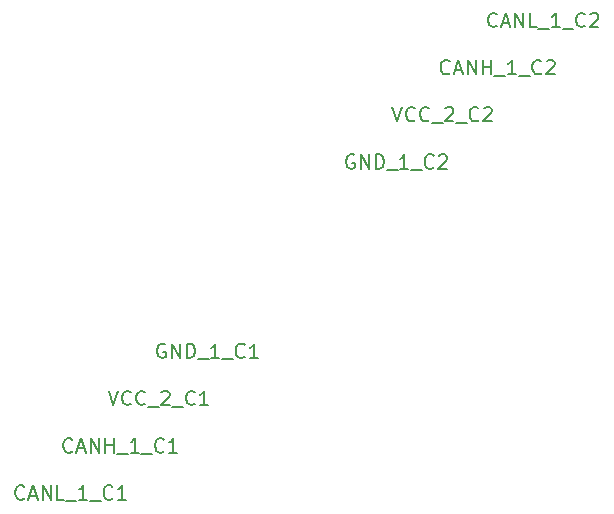
<source format=gbr>
G04 #@! TF.FileFunction,Legend,Bot*
%FSLAX46Y46*%
G04 Gerber Fmt 4.6, Leading zero omitted, Abs format (unit mm)*
G04 Created by KiCad (PCBNEW 4.0.6) date 07/21/17 09:20:33*
%MOMM*%
%LPD*%
G01*
G04 APERTURE LIST*
%ADD10C,0.100000*%
%ADD11C,0.127000*%
G04 APERTURE END LIST*
D10*
D11*
X135331805Y-114877548D02*
X135733971Y-116084048D01*
X136136138Y-114877548D01*
X137227733Y-115969143D02*
X137170281Y-116026595D01*
X136997924Y-116084048D01*
X136883019Y-116084048D01*
X136710662Y-116026595D01*
X136595757Y-115911690D01*
X136538305Y-115796786D01*
X136480853Y-115566976D01*
X136480853Y-115394619D01*
X136538305Y-115164810D01*
X136595757Y-115049905D01*
X136710662Y-114935000D01*
X136883019Y-114877548D01*
X136997924Y-114877548D01*
X137170281Y-114935000D01*
X137227733Y-114992452D01*
X138434233Y-115969143D02*
X138376781Y-116026595D01*
X138204424Y-116084048D01*
X138089519Y-116084048D01*
X137917162Y-116026595D01*
X137802257Y-115911690D01*
X137744805Y-115796786D01*
X137687353Y-115566976D01*
X137687353Y-115394619D01*
X137744805Y-115164810D01*
X137802257Y-115049905D01*
X137917162Y-114935000D01*
X138089519Y-114877548D01*
X138204424Y-114877548D01*
X138376781Y-114935000D01*
X138434233Y-114992452D01*
X138664043Y-116198952D02*
X139583281Y-116198952D01*
X139813091Y-114992452D02*
X139870543Y-114935000D01*
X139985448Y-114877548D01*
X140272710Y-114877548D01*
X140387614Y-114935000D01*
X140445067Y-114992452D01*
X140502519Y-115107357D01*
X140502519Y-115222262D01*
X140445067Y-115394619D01*
X139755638Y-116084048D01*
X140502519Y-116084048D01*
X140732329Y-116198952D02*
X141651567Y-116198952D01*
X142628257Y-115969143D02*
X142570805Y-116026595D01*
X142398448Y-116084048D01*
X142283543Y-116084048D01*
X142111186Y-116026595D01*
X141996281Y-115911690D01*
X141938829Y-115796786D01*
X141881377Y-115566976D01*
X141881377Y-115394619D01*
X141938829Y-115164810D01*
X141996281Y-115049905D01*
X142111186Y-114935000D01*
X142283543Y-114877548D01*
X142398448Y-114877548D01*
X142570805Y-114935000D01*
X142628257Y-114992452D01*
X143777305Y-116084048D02*
X143087877Y-116084048D01*
X143432591Y-116084048D02*
X143432591Y-114877548D01*
X143317686Y-115049905D01*
X143202781Y-115164810D01*
X143087877Y-115222262D01*
X140123938Y-110947200D02*
X140009033Y-110889748D01*
X139836676Y-110889748D01*
X139664319Y-110947200D01*
X139549414Y-111062105D01*
X139491962Y-111177010D01*
X139434510Y-111406819D01*
X139434510Y-111579176D01*
X139491962Y-111808986D01*
X139549414Y-111923890D01*
X139664319Y-112038795D01*
X139836676Y-112096248D01*
X139951581Y-112096248D01*
X140123938Y-112038795D01*
X140181390Y-111981343D01*
X140181390Y-111579176D01*
X139951581Y-111579176D01*
X140698462Y-112096248D02*
X140698462Y-110889748D01*
X141387890Y-112096248D01*
X141387890Y-110889748D01*
X141962414Y-112096248D02*
X141962414Y-110889748D01*
X142249676Y-110889748D01*
X142422033Y-110947200D01*
X142536938Y-111062105D01*
X142594390Y-111177010D01*
X142651842Y-111406819D01*
X142651842Y-111579176D01*
X142594390Y-111808986D01*
X142536938Y-111923890D01*
X142422033Y-112038795D01*
X142249676Y-112096248D01*
X141962414Y-112096248D01*
X142881652Y-112211152D02*
X143800890Y-112211152D01*
X144720128Y-112096248D02*
X144030700Y-112096248D01*
X144375414Y-112096248D02*
X144375414Y-110889748D01*
X144260509Y-111062105D01*
X144145604Y-111177010D01*
X144030700Y-111234462D01*
X144949938Y-112211152D02*
X145869176Y-112211152D01*
X146845866Y-111981343D02*
X146788414Y-112038795D01*
X146616057Y-112096248D01*
X146501152Y-112096248D01*
X146328795Y-112038795D01*
X146213890Y-111923890D01*
X146156438Y-111808986D01*
X146098986Y-111579176D01*
X146098986Y-111406819D01*
X146156438Y-111177010D01*
X146213890Y-111062105D01*
X146328795Y-110947200D01*
X146501152Y-110889748D01*
X146616057Y-110889748D01*
X146788414Y-110947200D01*
X146845866Y-111004652D01*
X147994914Y-112096248D02*
X147305486Y-112096248D01*
X147650200Y-112096248D02*
X147650200Y-110889748D01*
X147535295Y-111062105D01*
X147420390Y-111177010D01*
X147305486Y-111234462D01*
X128192590Y-123970143D02*
X128135138Y-124027595D01*
X127962781Y-124085048D01*
X127847876Y-124085048D01*
X127675519Y-124027595D01*
X127560614Y-123912690D01*
X127503162Y-123797786D01*
X127445710Y-123567976D01*
X127445710Y-123395619D01*
X127503162Y-123165810D01*
X127560614Y-123050905D01*
X127675519Y-122936000D01*
X127847876Y-122878548D01*
X127962781Y-122878548D01*
X128135138Y-122936000D01*
X128192590Y-122993452D01*
X128652210Y-123740333D02*
X129226733Y-123740333D01*
X128537305Y-124085048D02*
X128939471Y-122878548D01*
X129341638Y-124085048D01*
X129743805Y-124085048D02*
X129743805Y-122878548D01*
X130433233Y-124085048D01*
X130433233Y-122878548D01*
X131582281Y-124085048D02*
X131007757Y-124085048D01*
X131007757Y-122878548D01*
X131697185Y-124199952D02*
X132616423Y-124199952D01*
X133535661Y-124085048D02*
X132846233Y-124085048D01*
X133190947Y-124085048D02*
X133190947Y-122878548D01*
X133076042Y-123050905D01*
X132961137Y-123165810D01*
X132846233Y-123223262D01*
X133765471Y-124199952D02*
X134684709Y-124199952D01*
X135661399Y-123970143D02*
X135603947Y-124027595D01*
X135431590Y-124085048D01*
X135316685Y-124085048D01*
X135144328Y-124027595D01*
X135029423Y-123912690D01*
X134971971Y-123797786D01*
X134914519Y-123567976D01*
X134914519Y-123395619D01*
X134971971Y-123165810D01*
X135029423Y-123050905D01*
X135144328Y-122936000D01*
X135316685Y-122878548D01*
X135431590Y-122878548D01*
X135603947Y-122936000D01*
X135661399Y-122993452D01*
X136810447Y-124085048D02*
X136121019Y-124085048D01*
X136465733Y-124085048D02*
X136465733Y-122878548D01*
X136350828Y-123050905D01*
X136235923Y-123165810D01*
X136121019Y-123223262D01*
X132256590Y-119982343D02*
X132199138Y-120039795D01*
X132026781Y-120097248D01*
X131911876Y-120097248D01*
X131739519Y-120039795D01*
X131624614Y-119924890D01*
X131567162Y-119809986D01*
X131509710Y-119580176D01*
X131509710Y-119407819D01*
X131567162Y-119178010D01*
X131624614Y-119063105D01*
X131739519Y-118948200D01*
X131911876Y-118890748D01*
X132026781Y-118890748D01*
X132199138Y-118948200D01*
X132256590Y-119005652D01*
X132716210Y-119752533D02*
X133290733Y-119752533D01*
X132601305Y-120097248D02*
X133003471Y-118890748D01*
X133405638Y-120097248D01*
X133807805Y-120097248D02*
X133807805Y-118890748D01*
X134497233Y-120097248D01*
X134497233Y-118890748D01*
X135071757Y-120097248D02*
X135071757Y-118890748D01*
X135071757Y-119465271D02*
X135761185Y-119465271D01*
X135761185Y-120097248D02*
X135761185Y-118890748D01*
X136048447Y-120212152D02*
X136967685Y-120212152D01*
X137886923Y-120097248D02*
X137197495Y-120097248D01*
X137542209Y-120097248D02*
X137542209Y-118890748D01*
X137427304Y-119063105D01*
X137312399Y-119178010D01*
X137197495Y-119235462D01*
X138116733Y-120212152D02*
X139035971Y-120212152D01*
X140012661Y-119982343D02*
X139955209Y-120039795D01*
X139782852Y-120097248D01*
X139667947Y-120097248D01*
X139495590Y-120039795D01*
X139380685Y-119924890D01*
X139323233Y-119809986D01*
X139265781Y-119580176D01*
X139265781Y-119407819D01*
X139323233Y-119178010D01*
X139380685Y-119063105D01*
X139495590Y-118948200D01*
X139667947Y-118890748D01*
X139782852Y-118890748D01*
X139955209Y-118948200D01*
X140012661Y-119005652D01*
X141161709Y-120097248D02*
X140472281Y-120097248D01*
X140816995Y-120097248D02*
X140816995Y-118890748D01*
X140702090Y-119063105D01*
X140587185Y-119178010D01*
X140472281Y-119235462D01*
X159360205Y-90849148D02*
X159762371Y-92055648D01*
X160164538Y-90849148D01*
X161256133Y-91940743D02*
X161198681Y-91998195D01*
X161026324Y-92055648D01*
X160911419Y-92055648D01*
X160739062Y-91998195D01*
X160624157Y-91883290D01*
X160566705Y-91768386D01*
X160509253Y-91538576D01*
X160509253Y-91366219D01*
X160566705Y-91136410D01*
X160624157Y-91021505D01*
X160739062Y-90906600D01*
X160911419Y-90849148D01*
X161026324Y-90849148D01*
X161198681Y-90906600D01*
X161256133Y-90964052D01*
X162462633Y-91940743D02*
X162405181Y-91998195D01*
X162232824Y-92055648D01*
X162117919Y-92055648D01*
X161945562Y-91998195D01*
X161830657Y-91883290D01*
X161773205Y-91768386D01*
X161715753Y-91538576D01*
X161715753Y-91366219D01*
X161773205Y-91136410D01*
X161830657Y-91021505D01*
X161945562Y-90906600D01*
X162117919Y-90849148D01*
X162232824Y-90849148D01*
X162405181Y-90906600D01*
X162462633Y-90964052D01*
X162692443Y-92170552D02*
X163611681Y-92170552D01*
X163841491Y-90964052D02*
X163898943Y-90906600D01*
X164013848Y-90849148D01*
X164301110Y-90849148D01*
X164416014Y-90906600D01*
X164473467Y-90964052D01*
X164530919Y-91078957D01*
X164530919Y-91193862D01*
X164473467Y-91366219D01*
X163784038Y-92055648D01*
X164530919Y-92055648D01*
X164760729Y-92170552D02*
X165679967Y-92170552D01*
X166656657Y-91940743D02*
X166599205Y-91998195D01*
X166426848Y-92055648D01*
X166311943Y-92055648D01*
X166139586Y-91998195D01*
X166024681Y-91883290D01*
X165967229Y-91768386D01*
X165909777Y-91538576D01*
X165909777Y-91366219D01*
X165967229Y-91136410D01*
X166024681Y-91021505D01*
X166139586Y-90906600D01*
X166311943Y-90849148D01*
X166426848Y-90849148D01*
X166599205Y-90906600D01*
X166656657Y-90964052D01*
X167116277Y-90964052D02*
X167173729Y-90906600D01*
X167288634Y-90849148D01*
X167575896Y-90849148D01*
X167690800Y-90906600D01*
X167748253Y-90964052D01*
X167805705Y-91078957D01*
X167805705Y-91193862D01*
X167748253Y-91366219D01*
X167058824Y-92055648D01*
X167805705Y-92055648D01*
X156125938Y-94919800D02*
X156011033Y-94862348D01*
X155838676Y-94862348D01*
X155666319Y-94919800D01*
X155551414Y-95034705D01*
X155493962Y-95149610D01*
X155436510Y-95379419D01*
X155436510Y-95551776D01*
X155493962Y-95781586D01*
X155551414Y-95896490D01*
X155666319Y-96011395D01*
X155838676Y-96068848D01*
X155953581Y-96068848D01*
X156125938Y-96011395D01*
X156183390Y-95953943D01*
X156183390Y-95551776D01*
X155953581Y-95551776D01*
X156700462Y-96068848D02*
X156700462Y-94862348D01*
X157389890Y-96068848D01*
X157389890Y-94862348D01*
X157964414Y-96068848D02*
X157964414Y-94862348D01*
X158251676Y-94862348D01*
X158424033Y-94919800D01*
X158538938Y-95034705D01*
X158596390Y-95149610D01*
X158653842Y-95379419D01*
X158653842Y-95551776D01*
X158596390Y-95781586D01*
X158538938Y-95896490D01*
X158424033Y-96011395D01*
X158251676Y-96068848D01*
X157964414Y-96068848D01*
X158883652Y-96183752D02*
X159802890Y-96183752D01*
X160722128Y-96068848D02*
X160032700Y-96068848D01*
X160377414Y-96068848D02*
X160377414Y-94862348D01*
X160262509Y-95034705D01*
X160147604Y-95149610D01*
X160032700Y-95207062D01*
X160951938Y-96183752D02*
X161871176Y-96183752D01*
X162847866Y-95953943D02*
X162790414Y-96011395D01*
X162618057Y-96068848D01*
X162503152Y-96068848D01*
X162330795Y-96011395D01*
X162215890Y-95896490D01*
X162158438Y-95781586D01*
X162100986Y-95551776D01*
X162100986Y-95379419D01*
X162158438Y-95149610D01*
X162215890Y-95034705D01*
X162330795Y-94919800D01*
X162503152Y-94862348D01*
X162618057Y-94862348D01*
X162790414Y-94919800D01*
X162847866Y-94977252D01*
X163307486Y-94977252D02*
X163364938Y-94919800D01*
X163479843Y-94862348D01*
X163767105Y-94862348D01*
X163882009Y-94919800D01*
X163939462Y-94977252D01*
X163996914Y-95092157D01*
X163996914Y-95207062D01*
X163939462Y-95379419D01*
X163250033Y-96068848D01*
X163996914Y-96068848D01*
X164209790Y-87952943D02*
X164152338Y-88010395D01*
X163979981Y-88067848D01*
X163865076Y-88067848D01*
X163692719Y-88010395D01*
X163577814Y-87895490D01*
X163520362Y-87780586D01*
X163462910Y-87550776D01*
X163462910Y-87378419D01*
X163520362Y-87148610D01*
X163577814Y-87033705D01*
X163692719Y-86918800D01*
X163865076Y-86861348D01*
X163979981Y-86861348D01*
X164152338Y-86918800D01*
X164209790Y-86976252D01*
X164669410Y-87723133D02*
X165243933Y-87723133D01*
X164554505Y-88067848D02*
X164956671Y-86861348D01*
X165358838Y-88067848D01*
X165761005Y-88067848D02*
X165761005Y-86861348D01*
X166450433Y-88067848D01*
X166450433Y-86861348D01*
X167024957Y-88067848D02*
X167024957Y-86861348D01*
X167024957Y-87435871D02*
X167714385Y-87435871D01*
X167714385Y-88067848D02*
X167714385Y-86861348D01*
X168001647Y-88182752D02*
X168920885Y-88182752D01*
X169840123Y-88067848D02*
X169150695Y-88067848D01*
X169495409Y-88067848D02*
X169495409Y-86861348D01*
X169380504Y-87033705D01*
X169265599Y-87148610D01*
X169150695Y-87206062D01*
X170069933Y-88182752D02*
X170989171Y-88182752D01*
X171965861Y-87952943D02*
X171908409Y-88010395D01*
X171736052Y-88067848D01*
X171621147Y-88067848D01*
X171448790Y-88010395D01*
X171333885Y-87895490D01*
X171276433Y-87780586D01*
X171218981Y-87550776D01*
X171218981Y-87378419D01*
X171276433Y-87148610D01*
X171333885Y-87033705D01*
X171448790Y-86918800D01*
X171621147Y-86861348D01*
X171736052Y-86861348D01*
X171908409Y-86918800D01*
X171965861Y-86976252D01*
X172425481Y-86976252D02*
X172482933Y-86918800D01*
X172597838Y-86861348D01*
X172885100Y-86861348D01*
X173000004Y-86918800D01*
X173057457Y-86976252D01*
X173114909Y-87091157D01*
X173114909Y-87206062D01*
X173057457Y-87378419D01*
X172368028Y-88067848D01*
X173114909Y-88067848D01*
X168197590Y-83965143D02*
X168140138Y-84022595D01*
X167967781Y-84080048D01*
X167852876Y-84080048D01*
X167680519Y-84022595D01*
X167565614Y-83907690D01*
X167508162Y-83792786D01*
X167450710Y-83562976D01*
X167450710Y-83390619D01*
X167508162Y-83160810D01*
X167565614Y-83045905D01*
X167680519Y-82931000D01*
X167852876Y-82873548D01*
X167967781Y-82873548D01*
X168140138Y-82931000D01*
X168197590Y-82988452D01*
X168657210Y-83735333D02*
X169231733Y-83735333D01*
X168542305Y-84080048D02*
X168944471Y-82873548D01*
X169346638Y-84080048D01*
X169748805Y-84080048D02*
X169748805Y-82873548D01*
X170438233Y-84080048D01*
X170438233Y-82873548D01*
X171587281Y-84080048D02*
X171012757Y-84080048D01*
X171012757Y-82873548D01*
X171702185Y-84194952D02*
X172621423Y-84194952D01*
X173540661Y-84080048D02*
X172851233Y-84080048D01*
X173195947Y-84080048D02*
X173195947Y-82873548D01*
X173081042Y-83045905D01*
X172966137Y-83160810D01*
X172851233Y-83218262D01*
X173770471Y-84194952D02*
X174689709Y-84194952D01*
X175666399Y-83965143D02*
X175608947Y-84022595D01*
X175436590Y-84080048D01*
X175321685Y-84080048D01*
X175149328Y-84022595D01*
X175034423Y-83907690D01*
X174976971Y-83792786D01*
X174919519Y-83562976D01*
X174919519Y-83390619D01*
X174976971Y-83160810D01*
X175034423Y-83045905D01*
X175149328Y-82931000D01*
X175321685Y-82873548D01*
X175436590Y-82873548D01*
X175608947Y-82931000D01*
X175666399Y-82988452D01*
X176126019Y-82988452D02*
X176183471Y-82931000D01*
X176298376Y-82873548D01*
X176585638Y-82873548D01*
X176700542Y-82931000D01*
X176757995Y-82988452D01*
X176815447Y-83103357D01*
X176815447Y-83218262D01*
X176757995Y-83390619D01*
X176068566Y-84080048D01*
X176815447Y-84080048D01*
M02*

</source>
